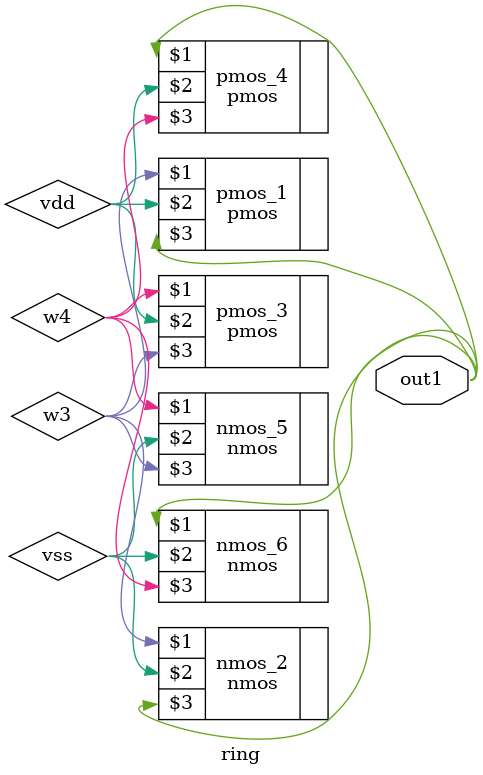
<source format=v>

module ring( out1);
 output out1;
 wire w3,w4;
 pmos #(24) pmos_1(w3,vdd,out1); // 2.0u 0.12u
 nmos #(24) nmos_2(w3,vss,out1); // 1.0u 0.12u
 pmos #(24) pmos_3(w4,vdd,w3); // 2.0u 0.12u
 pmos #(31) pmos_4(out1,vdd,w4); // 2.0u 0.12u
 nmos #(24) nmos_5(w4,vss,w3); // 1.0u 0.12u
 nmos #(31) nmos_6(out1,vss,w4); // 1.0u 0.12u
endmodule

// Simulation parameters in Verilog Format

// Simulation parameters

</source>
